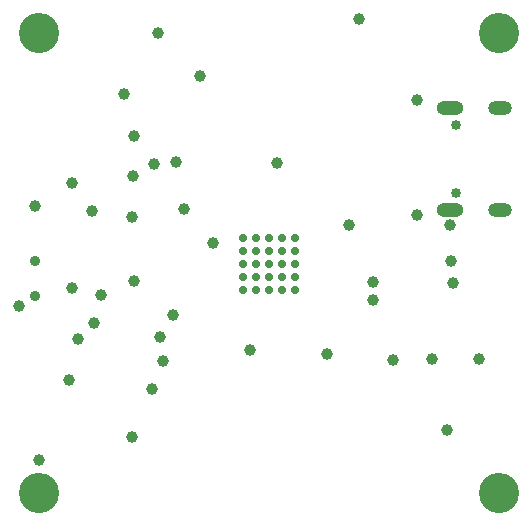
<source format=gbr>
%TF.GenerationSoftware,Altium Limited,Altium Designer,24.6.1 (21)*%
G04 Layer_Color=16711935*
%FSLAX45Y45*%
%MOMM*%
%TF.SameCoordinates,02EA3464-56A9-4D0A-92B1-D56C91FA6429*%
%TF.FilePolarity,Negative*%
%TF.FileFunction,Soldermask,Bot*%
%TF.Part,Single*%
G01*
G75*
%TA.AperFunction,ComponentPad*%
%ADD43C,0.90000*%
%TA.AperFunction,ViaPad*%
%ADD75C,3.40320*%
%TA.AperFunction,ComponentPad*%
%ADD76O,2.00320X1.20320*%
%ADD77O,2.30320X1.20320*%
%ADD78C,0.85320*%
%TA.AperFunction,ViaPad*%
%ADD79C,1.00320*%
%ADD80C,0.70320*%
D43*
X265000Y1970000D02*
D03*
Y2270000D02*
D03*
D75*
X4200000Y300000D02*
D03*
X300000D02*
D03*
X4200000Y4200000D02*
D03*
X300000D02*
D03*
D76*
X4204500Y3562000D02*
D03*
Y2698000D02*
D03*
D77*
X3786500Y3562000D02*
D03*
Y2698000D02*
D03*
D78*
X3836500Y2841000D02*
D03*
Y3419000D02*
D03*
D79*
X1330000Y1620000D02*
D03*
X130000Y1890000D02*
D03*
X2090000Y1510000D02*
D03*
X630000Y1610000D02*
D03*
X300000Y580000D02*
D03*
X1090000Y2640000D02*
D03*
X1280000Y3085000D02*
D03*
X560000Y1260000D02*
D03*
X580000Y2040000D02*
D03*
X2930000Y2570000D02*
D03*
X3130000Y1940000D02*
D03*
X830000Y1980000D02*
D03*
X1260000Y1180000D02*
D03*
X1090000Y780000D02*
D03*
X1350000Y1420000D02*
D03*
X1440000Y1810000D02*
D03*
X770000Y1740000D02*
D03*
X1780000Y2420000D02*
D03*
X1530000Y2710000D02*
D03*
X1310000Y4200000D02*
D03*
X1110000Y3330000D02*
D03*
X580000Y2930000D02*
D03*
X3780000Y2570000D02*
D03*
X3790000Y2270000D02*
D03*
X3810000Y2080000D02*
D03*
X3760000Y840000D02*
D03*
X3630000Y1440000D02*
D03*
X4030000D02*
D03*
X3500000Y2660000D02*
D03*
Y3630000D02*
D03*
X3010000Y4320000D02*
D03*
X1110000Y2100000D02*
D03*
X270000Y2730000D02*
D03*
X750000Y2690000D02*
D03*
X1100000Y2990000D02*
D03*
X3130000Y2090000D02*
D03*
X2740000Y1480000D02*
D03*
X3300000Y1430000D02*
D03*
X1670000Y3835000D02*
D03*
X1025000Y3685000D02*
D03*
X2320400Y3100000D02*
D03*
X1460000Y3105000D02*
D03*
D80*
X2472700Y2025000D02*
D03*
X2362700D02*
D03*
X2252700D02*
D03*
X2142700D02*
D03*
X2032700D02*
D03*
X2472700Y2135000D02*
D03*
X2362700D02*
D03*
X2252700D02*
D03*
X2142700D02*
D03*
X2032700D02*
D03*
X2472700Y2245000D02*
D03*
X2362700D02*
D03*
X2252700D02*
D03*
X2142700D02*
D03*
X2032700D02*
D03*
X2472700Y2355000D02*
D03*
X2362700D02*
D03*
X2252700D02*
D03*
X2142700D02*
D03*
X2032700D02*
D03*
X2472700Y2465000D02*
D03*
X2362700D02*
D03*
X2252700D02*
D03*
X2142700D02*
D03*
X2032700D02*
D03*
%TF.MD5,73d24492bdcba87e1e56359d28fa3d12*%
M02*

</source>
